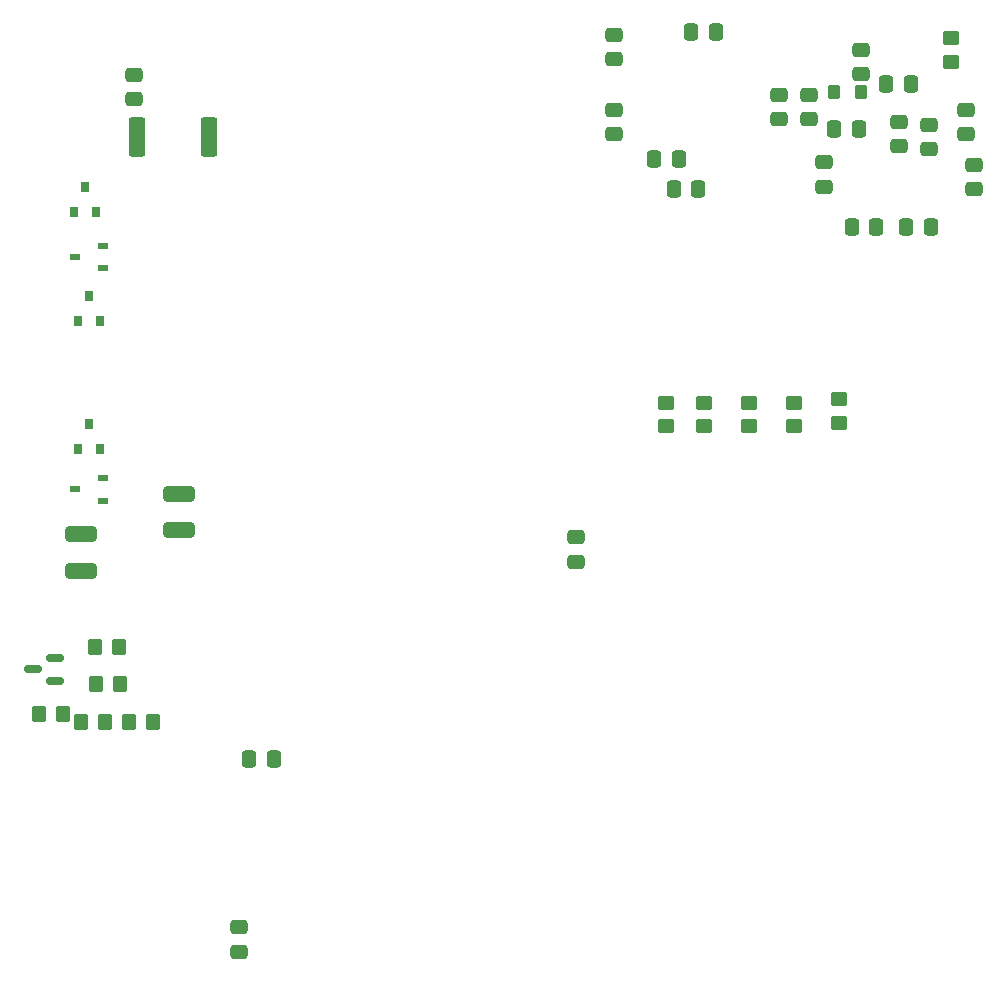
<source format=gbr>
%TF.GenerationSoftware,KiCad,Pcbnew,6.0.2+dfsg-1*%
%TF.CreationDate,2023-01-27T10:33:08-05:00*%
%TF.ProjectId,vehicle-can-collector,76656869-636c-4652-9d63-616e2d636f6c,rev?*%
%TF.SameCoordinates,Original*%
%TF.FileFunction,Paste,Bot*%
%TF.FilePolarity,Positive*%
%FSLAX46Y46*%
G04 Gerber Fmt 4.6, Leading zero omitted, Abs format (unit mm)*
G04 Created by KiCad (PCBNEW 6.0.2+dfsg-1) date 2023-01-27 10:33:08*
%MOMM*%
%LPD*%
G01*
G04 APERTURE LIST*
G04 Aperture macros list*
%AMRoundRect*
0 Rectangle with rounded corners*
0 $1 Rounding radius*
0 $2 $3 $4 $5 $6 $7 $8 $9 X,Y pos of 4 corners*
0 Add a 4 corners polygon primitive as box body*
4,1,4,$2,$3,$4,$5,$6,$7,$8,$9,$2,$3,0*
0 Add four circle primitives for the rounded corners*
1,1,$1+$1,$2,$3*
1,1,$1+$1,$4,$5*
1,1,$1+$1,$6,$7*
1,1,$1+$1,$8,$9*
0 Add four rect primitives between the rounded corners*
20,1,$1+$1,$2,$3,$4,$5,0*
20,1,$1+$1,$4,$5,$6,$7,0*
20,1,$1+$1,$6,$7,$8,$9,0*
20,1,$1+$1,$8,$9,$2,$3,0*%
G04 Aperture macros list end*
%ADD10RoundRect,0.250000X0.450000X-0.350000X0.450000X0.350000X-0.450000X0.350000X-0.450000X-0.350000X0*%
%ADD11RoundRect,0.250000X-0.337500X-0.475000X0.337500X-0.475000X0.337500X0.475000X-0.337500X0.475000X0*%
%ADD12RoundRect,0.250000X-0.475000X0.337500X-0.475000X-0.337500X0.475000X-0.337500X0.475000X0.337500X0*%
%ADD13RoundRect,0.250000X1.075000X-0.400000X1.075000X0.400000X-1.075000X0.400000X-1.075000X-0.400000X0*%
%ADD14R,0.797560X0.899160*%
%ADD15RoundRect,0.250000X0.275000X0.350000X-0.275000X0.350000X-0.275000X-0.350000X0.275000X-0.350000X0*%
%ADD16RoundRect,0.249999X-0.450001X-1.425001X0.450001X-1.425001X0.450001X1.425001X-0.450001X1.425001X0*%
%ADD17RoundRect,0.250000X0.475000X-0.337500X0.475000X0.337500X-0.475000X0.337500X-0.475000X-0.337500X0*%
%ADD18RoundRect,0.250000X-0.350000X-0.450000X0.350000X-0.450000X0.350000X0.450000X-0.350000X0.450000X0*%
%ADD19RoundRect,0.250000X0.337500X0.475000X-0.337500X0.475000X-0.337500X-0.475000X0.337500X-0.475000X0*%
%ADD20R,0.914400X0.558800*%
%ADD21RoundRect,0.250000X0.350000X0.450000X-0.350000X0.450000X-0.350000X-0.450000X0.350000X-0.450000X0*%
%ADD22RoundRect,0.150000X0.587500X0.150000X-0.587500X0.150000X-0.587500X-0.150000X0.587500X-0.150000X0*%
G04 APERTURE END LIST*
D10*
%TO.C,R303*%
X154305000Y-55880000D03*
X154305000Y-53880000D03*
%TD*%
D11*
%TO.C,C1011*%
X145880000Y-69850000D03*
X147955000Y-69850000D03*
%TD*%
D12*
%TO.C,C1002*%
X125730000Y-53572500D03*
X125730000Y-55647500D03*
%TD*%
D13*
%TO.C,R902*%
X88900000Y-95530000D03*
X88900000Y-92430000D03*
%TD*%
D14*
%TO.C,D403*%
X81909920Y-68580000D03*
X80010000Y-68580000D03*
X80959960Y-66481960D03*
%TD*%
D15*
%TO.C,L501*%
X146700000Y-58420000D03*
X144400000Y-58420000D03*
%TD*%
D16*
%TO.C,R721*%
X85340000Y-62230000D03*
X91440000Y-62230000D03*
%TD*%
D11*
%TO.C,C602*%
X94847500Y-114935000D03*
X96922500Y-114935000D03*
%TD*%
D10*
%TO.C,R1101*%
X130175000Y-86725000D03*
X130175000Y-84725000D03*
%TD*%
D11*
%TO.C,C201*%
X130810000Y-66675000D03*
X132885000Y-66675000D03*
%TD*%
D12*
%TO.C,C1006*%
X143510000Y-64367500D03*
X143510000Y-66442500D03*
%TD*%
D10*
%TO.C,R1104*%
X140970000Y-86725000D03*
X140970000Y-84725000D03*
%TD*%
D17*
%TO.C,C1012*%
X155575000Y-61997500D03*
X155575000Y-59922500D03*
%TD*%
D12*
%TO.C,C708*%
X85090000Y-56980000D03*
X85090000Y-59055000D03*
%TD*%
D10*
%TO.C,R1102*%
X133350000Y-86725000D03*
X133350000Y-84725000D03*
%TD*%
D11*
%TO.C,C1001*%
X132312500Y-53340000D03*
X134387500Y-53340000D03*
%TD*%
D18*
%TO.C,R906*%
X81915000Y-108585000D03*
X83915000Y-108585000D03*
%TD*%
D19*
%TO.C,C1007*%
X152570000Y-69850000D03*
X150495000Y-69850000D03*
%TD*%
D17*
%TO.C,C514*%
X139715000Y-60727500D03*
X139715000Y-58652500D03*
%TD*%
D12*
%TO.C,C510*%
X122555000Y-96117500D03*
X122555000Y-98192500D03*
%TD*%
D20*
%TO.C,D402*%
X82473800Y-71439999D03*
X82473800Y-73340001D03*
X80086200Y-72390000D03*
%TD*%
D18*
%TO.C,R909*%
X84725000Y-111760000D03*
X86725000Y-111760000D03*
%TD*%
D12*
%TO.C,C801*%
X93980000Y-129137500D03*
X93980000Y-131212500D03*
%TD*%
D21*
%TO.C,R904*%
X79105000Y-111125000D03*
X77105000Y-111125000D03*
%TD*%
D19*
%TO.C,C1010*%
X150897500Y-57785000D03*
X148822500Y-57785000D03*
%TD*%
D17*
%TO.C,C1014*%
X152400000Y-63267500D03*
X152400000Y-61192500D03*
%TD*%
D12*
%TO.C,C513*%
X142255000Y-58652500D03*
X142255000Y-60727500D03*
%TD*%
D13*
%TO.C,R903*%
X80645000Y-98985000D03*
X80645000Y-95885000D03*
%TD*%
D12*
%TO.C,C1008*%
X156210000Y-64600000D03*
X156210000Y-66675000D03*
%TD*%
D21*
%TO.C,R908*%
X83820000Y-105410000D03*
X81820000Y-105410000D03*
%TD*%
D10*
%TO.C,R1103*%
X144780000Y-86455000D03*
X144780000Y-84455000D03*
%TD*%
D14*
%TO.C,D404*%
X82229960Y-88628220D03*
X80330040Y-88628220D03*
X81280000Y-86530180D03*
%TD*%
D10*
%TO.C,R1105*%
X137160000Y-86725000D03*
X137160000Y-84725000D03*
%TD*%
D12*
%TO.C,C1003*%
X125730000Y-59922500D03*
X125730000Y-61997500D03*
%TD*%
D14*
%TO.C,D405*%
X82229960Y-77833220D03*
X80330040Y-77833220D03*
X81280000Y-75735180D03*
%TD*%
D18*
%TO.C,R905*%
X80645000Y-111760000D03*
X82645000Y-111760000D03*
%TD*%
D22*
%TO.C,Q901*%
X78407500Y-106365000D03*
X78407500Y-108265000D03*
X76532500Y-107315000D03*
%TD*%
D17*
%TO.C,C1013*%
X149860000Y-63035000D03*
X149860000Y-60960000D03*
%TD*%
D12*
%TO.C,C1009*%
X146685000Y-54842500D03*
X146685000Y-56917500D03*
%TD*%
D11*
%TO.C,C1005*%
X144377500Y-61595000D03*
X146452500Y-61595000D03*
%TD*%
D20*
%TO.C,D401*%
X82473800Y-91124999D03*
X82473800Y-93025001D03*
X80086200Y-92075000D03*
%TD*%
D11*
%TO.C,C1004*%
X129137500Y-64135000D03*
X131212500Y-64135000D03*
%TD*%
M02*

</source>
